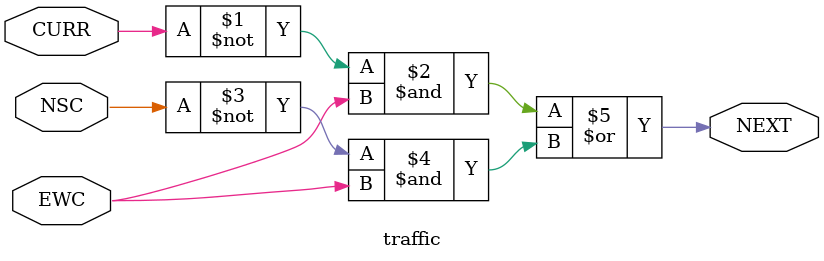
<source format=v>
module traffic (CURR, NSC, EWC, NEXT);

	input CURR, NSC, EWC;
	output NEXT; 

	assign NEXT = ~CURR & EWC | ~NSC & EWC;

endmodule
</source>
